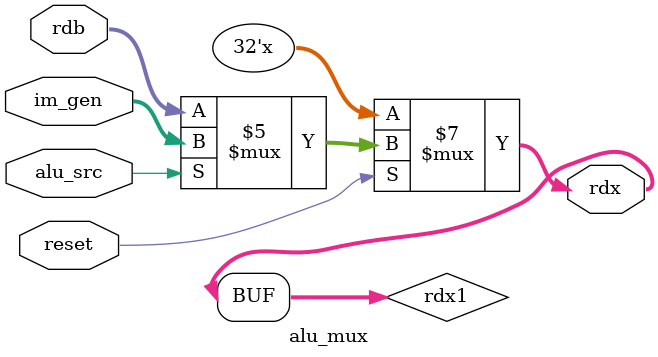
<source format=v>
`timescale 1ns / 1ps


`timescale 1ns/10ps

module alu_mux (
    reset,
    im_gen,
    rdb,
    rdx,
    alu_src
);


input reset;
input [31:0] im_gen;
input [31:0] rdb;
output [31:0] rdx;
reg [31:0] rdx1;
input [0:0] alu_src;




always @(reset,im_gen,rdb,alu_src) begin: ALU_MUX_AMUX
    if ((reset == 1)) begin
        if (alu_src) begin
            rdx1 <= im_gen;
        end
        else begin
            rdx1 <= rdb;
        end
    end
    //
    else
        rdx1<=32'bX;
    //
end
assign rdx=rdx1;
endmodule


</source>
